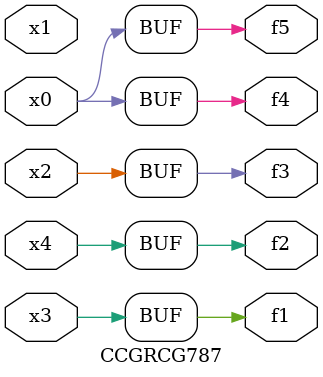
<source format=v>
module CCGRCG787(
	input x0, x1, x2, x3, x4,
	output f1, f2, f3, f4, f5
);
	assign f1 = x3;
	assign f2 = x4;
	assign f3 = x2;
	assign f4 = x0;
	assign f5 = x0;
endmodule

</source>
